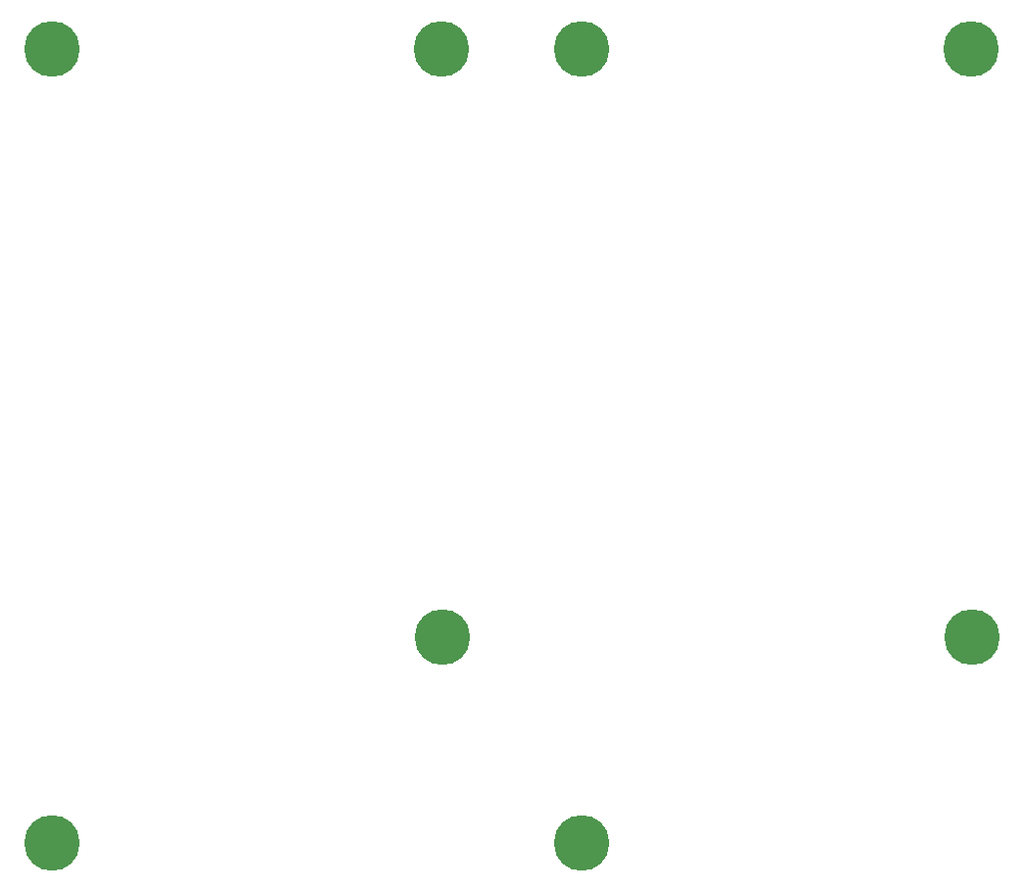
<source format=gts>
%TF.GenerationSoftware,KiCad,Pcbnew,(6.0.5-0)*%
%TF.CreationDate,2022-06-26T01:51:53+09:00*%
%TF.ProjectId,MTCH6102_breakout_panel,4d544348-3631-4303-925f-627265616b6f,rev?*%
%TF.SameCoordinates,PX649cd60PY5a74bd0*%
%TF.FileFunction,Soldermask,Top*%
%TF.FilePolarity,Negative*%
%FSLAX46Y46*%
G04 Gerber Fmt 4.6, Leading zero omitted, Abs format (unit mm)*
G04 Created by KiCad (PCBNEW (6.0.5-0)) date 2022-06-26 01:51:53*
%MOMM*%
%LPD*%
G01*
G04 APERTURE LIST*
%ADD10C,1.100000*%
%ADD11C,4.800000*%
G04 APERTURE END LIST*
D10*
X36217274Y-4976726D03*
X37384000Y-5460000D03*
D11*
X37384000Y-3810000D03*
D10*
X37384000Y-2160000D03*
X38550726Y-4976726D03*
X35734000Y-3810000D03*
X39034000Y-3810000D03*
X38550726Y-2643274D03*
X36217274Y-2643274D03*
X84754000Y-3810000D03*
X81937274Y-4976726D03*
X83104000Y-5460000D03*
X84270726Y-4976726D03*
X84270726Y-2643274D03*
D11*
X83104000Y-3810000D03*
D10*
X81937274Y-2643274D03*
X81454000Y-3810000D03*
X83104000Y-2160000D03*
X4959226Y-71223274D03*
X2625774Y-71223274D03*
X2142500Y-72390000D03*
D11*
X3792500Y-72390000D03*
D10*
X3792500Y-70740000D03*
X2625774Y-73556726D03*
X5442500Y-72390000D03*
X3792500Y-74040000D03*
X4959226Y-73556726D03*
D11*
X83167500Y-54610000D03*
D10*
X82000774Y-53443274D03*
X84334226Y-55776726D03*
X83167500Y-56260000D03*
X84334226Y-53443274D03*
X82000774Y-55776726D03*
X81517500Y-54610000D03*
X84817500Y-54610000D03*
X83167500Y-52960000D03*
D11*
X49512500Y-72390000D03*
D10*
X48345774Y-71223274D03*
X51162500Y-72390000D03*
X48345774Y-73556726D03*
X50679226Y-71223274D03*
X49512500Y-70740000D03*
X50679226Y-73556726D03*
X47862500Y-72390000D03*
X49512500Y-74040000D03*
X49512500Y-2160000D03*
X51162500Y-3810000D03*
X50679226Y-4976726D03*
D11*
X49512500Y-3810000D03*
D10*
X48345774Y-2643274D03*
X50679226Y-2643274D03*
X49512500Y-5460000D03*
X48345774Y-4976726D03*
X47862500Y-3810000D03*
X36280774Y-55776726D03*
D11*
X37447500Y-54610000D03*
D10*
X37447500Y-56260000D03*
X35797500Y-54610000D03*
X36280774Y-53443274D03*
X38614226Y-53443274D03*
X39097500Y-54610000D03*
X37447500Y-52960000D03*
X38614226Y-55776726D03*
X2625774Y-4976726D03*
X2142500Y-3810000D03*
X3792500Y-5460000D03*
X3792500Y-2160000D03*
D11*
X3792500Y-3810000D03*
D10*
X4959226Y-4976726D03*
X4959226Y-2643274D03*
X5442500Y-3810000D03*
X2625774Y-2643274D03*
M02*

</source>
